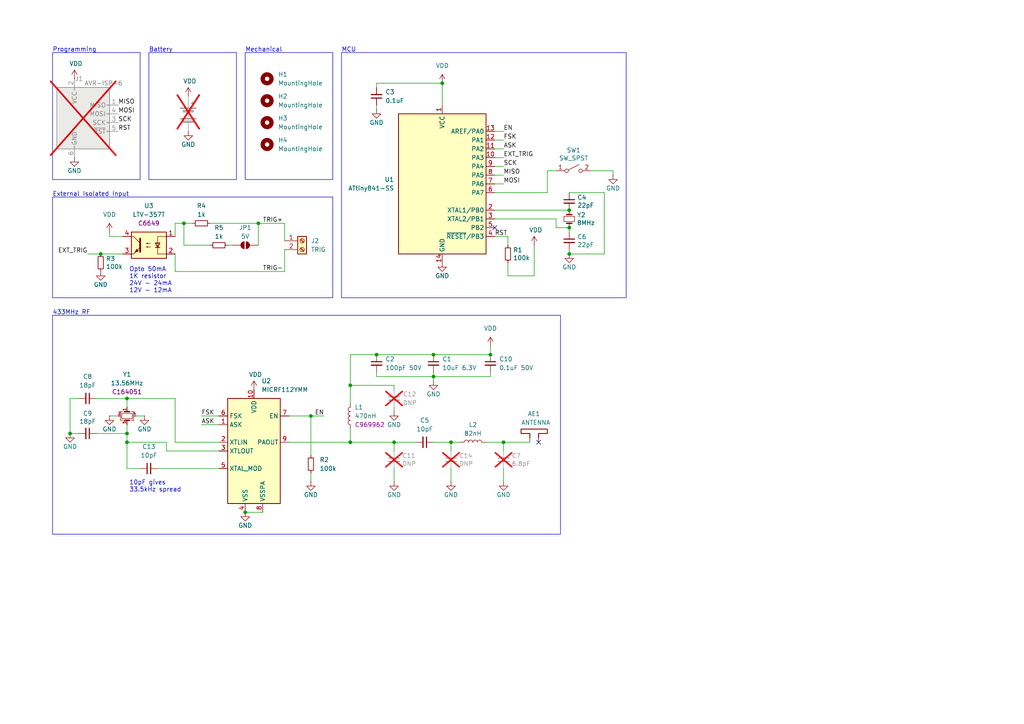
<source format=kicad_sch>
(kicad_sch (version 20231120) (generator "eeschema") (generator_version "8.0")
  (paper "A4")
  (title_block (title "TPMS Silencer") (rev "v2"))
  (lib_symbols
    (symbol "Connector:AVR-ISP-6" (pin_names (offset 1.016))
      (property "Reference" "J" (at -6.35 11.43 0))
      (property "Value" "AVR-ISP-6" (at 0 11.43 0))
      (symbol "AVR-ISP-6_0_1"
        (rectangle (start -2.667 -6.858) (end -2.413 -7.62))
        (rectangle (start -2.667 10.16) (end -2.413 9.398))
        (rectangle (start 7.62 -2.413) (end 6.858 -2.667))
        (rectangle (start 7.62 0.127) (end 6.858 -0.127))
        (rectangle (start 7.62 2.667) (end 6.858 2.413))
        (rectangle (start 7.62 5.207) (end 6.858 4.953))
        (rectangle (start 7.62 10.16) (end -7.62 -7.62) (stroke (width 0.254)) (fill (type background)))
      )
      (symbol "AVR-ISP-6_1_1"
        (pin passive line (at 10.16 5.08 180) (length 2.54) (name "MISO") (number "1"))
        (pin passive line (at -2.54 12.7 270) (length 2.54) (name "VCC") (number "2"))
        (pin passive line (at 10.16 0 180) (length 2.54) (name "SCK") (number "3"))
        (pin passive line (at 10.16 2.54 180) (length 2.54) (name "MOSI") (number "4"))
        (pin passive line (at 10.16 -2.54 180) (length 2.54) (name "~{RST}") (number "5"))
        (pin passive line (at -2.54 -10.16 90) (length 2.54) (name "GND") (number "6"))
      )
    )
    (symbol "Connector:Screw_Terminal_01x02" (pin_names (offset 1.016) hide)
      (property "Reference" "J" (at 0 2.54 0))
      (property "Value" "Screw_Terminal_01x02" (at 0 -5.08 0))
      (symbol "Screw_Terminal_01x02_1_1"
        (rectangle (start -1.27 1.27) (end 1.27 -3.81) (stroke (width 0.254)) (fill (type background)))
        (circle (center 0 -2.54) (radius 0.635) (stroke (width 0.1524)))
        (polyline (pts (xy -0.5334 -2.2098) (xy 0.3302 -3.048)) (stroke (width 0.1524)))
        (polyline (pts (xy -0.5334 0.3302) (xy 0.3302 -0.508)) (stroke (width 0.1524)))
        (polyline (pts (xy -0.3556 -2.032) (xy 0.508 -2.8702)) (stroke (width 0.1524)))
        (polyline (pts (xy -0.3556 0.508) (xy 0.508 -0.3302)) (stroke (width 0.1524)))
        (circle (center 0 0) (radius 0.635) (stroke (width 0.1524)))
        (pin passive line (at -5.08 0 0) (length 3.81) (name "Pin_1") (number "1"))
        (pin passive line (at -5.08 -2.54 0) (length 3.81) (name "Pin_2") (number "2"))
      )
    )
    (symbol "Device:Antenna_Dipole" (pin_numbers hide) (pin_names (offset 1.016) hide)
      (property "Reference" "AE" (at 1.27 1.27 0))
      (property "Value" "Antenna_Dipole" (at 1.27 0 0))
      (symbol "Antenna_Dipole_0_1"
        (polyline (pts (xy 2.54 -3.81) (xy 2.54 -2.54) (xy 5.08 -2.54) (xy 5.08 -1.27) (xy -2.54 -1.27) (xy -2.54 -2.54) (xy 0 -2.54) (xy 0 -3.81)) (stroke (width 0.254)))
      )
      (symbol "Antenna_Dipole_1_1"
        (pin input line (at 0 -5.08 90) (length 2.54) (name "~") (number "1"))
        (pin input line (at 2.54 -5.08 90) (length 2.54) (name "~") (number "2"))
      )
    )
    (symbol "Device:Battery" (pin_numbers hide) (pin_names (offset 0) hide)
      (property "Reference" "BT" (at 2.54 2.54 0))
      (property "Value" "Battery" (at 2.54 0 0))
      (symbol "Battery_0_1"
        (rectangle (start -2.286 -1.27) (end 2.286 -1.524) (fill (type outline)))
        (rectangle (start -2.286 1.778) (end 2.286 1.524) (fill (type outline)))
        (rectangle (start -1.524 -2.032) (end 1.524 -2.54) (fill (type outline)))
        (rectangle (start -1.524 1.016) (end 1.524 0.508) (fill (type outline)))
        (polyline (pts (xy 0 -1.016) (xy 0 -0.762)))
        (polyline (pts (xy 0 -0.508) (xy 0 -0.254)))
        (polyline (pts (xy 0 0) (xy 0 0.254)))
        (polyline (pts (xy 0 1.778) (xy 0 2.54)))
        (polyline (pts (xy 0.762 3.048) (xy 1.778 3.048)) (stroke (width 0.254)))
        (polyline (pts (xy 1.27 3.556) (xy 1.27 2.54)) (stroke (width 0.254)))
      )
      (symbol "Battery_1_1"
        (pin passive line (at 0 5.08 270) (length 2.54) (name "+") (number "1"))
        (pin passive line (at 0 -5.08 90) (length 2.54) (name "-") (number "2"))
      )
    )
    (symbol "Device:C_Small" (pin_numbers hide) (pin_names (offset 0.254) hide)
      (property "Reference" "C" (at 0.254 1.778 0))
      (property "Value" "C_Small" (at 0.254 -2.032 0))
      (symbol "C_Small_0_1"
        (polyline (pts (xy -1.524 -0.508) (xy 1.524 -0.508)) (stroke (width 0.3302)))
        (polyline (pts (xy -1.524 0.508) (xy 1.524 0.508)) (stroke (width 0.3048)))
      )
      (symbol "C_Small_1_1"
        (pin passive line (at 0 2.54 270) (length 2.032) (name "~") (number "1"))
        (pin passive line (at 0 -2.54 90) (length 2.032) (name "~") (number "2"))
      )
    )
    (symbol "Device:Crystal_GND24_Small" (pin_names (offset 1.016) hide)
      (property "Reference" "Y" (at 1.27 4.445 0))
      (property "Value" "Crystal_GND24_Small" (at 1.27 2.54 0))
      (symbol "Crystal_GND24_Small_0_1"
        (rectangle (start -0.762 -1.524) (end 0.762 1.524))
        (polyline (pts (xy -1.27 -0.762) (xy -1.27 0.762)) (stroke (width 0.381)))
        (polyline (pts (xy 1.27 -0.762) (xy 1.27 0.762)) (stroke (width 0.381)))
        (polyline (pts (xy -1.27 -1.27) (xy -1.27 -1.905) (xy 1.27 -1.905) (xy 1.27 -1.27)))
        (polyline (pts (xy -1.27 1.27) (xy -1.27 1.905) (xy 1.27 1.905) (xy 1.27 1.27)))
      )
      (symbol "Crystal_GND24_Small_1_1"
        (pin passive line (at -2.54 0 0) (length 1.27) (name "1") (number "1"))
        (pin passive line (at 0 -2.54 90) (length 0.635) (name "2") (number "2"))
        (pin passive line (at 2.54 0 180) (length 1.27) (name "3") (number "3"))
        (pin passive line (at 0 2.54 270) (length 0.635) (name "4") (number "4"))
      )
    )
    (symbol "Device:Crystal_Small" (pin_numbers hide) (pin_names (offset 1.016) hide)
      (property "Reference" "Y" (at 0 2.54 0))
      (property "Value" "Crystal_Small" (at 0 -2.54 0))
      (symbol "Crystal_Small_0_1"
        (rectangle (start -0.762 -1.524) (end 0.762 1.524))
        (polyline (pts (xy -1.27 -0.762) (xy -1.27 0.762)) (stroke (width 0.381)))
        (polyline (pts (xy 1.27 -0.762) (xy 1.27 0.762)) (stroke (width 0.381)))
      )
      (symbol "Crystal_Small_1_1"
        (pin passive line (at -2.54 0 0) (length 1.27) (name "1") (number "1"))
        (pin passive line (at 2.54 0 180) (length 1.27) (name "2") (number "2"))
      )
    )
    (symbol "Device:L" (pin_numbers hide) (pin_names (offset 1.016) hide)
      (property "Reference" "L" (at -1.27 0 90))
      (property "Value" "L" (at 1.905 0 90))
      (symbol "L_0_1"
        (arc (start 0 -2.54) (mid 0.6323 -1.905) (end 0 -1.27))
        (arc (start 0 -1.27) (mid 0.6323 -0.635) (end 0 0))
        (arc (start 0 0) (mid 0.6323 0.635) (end 0 1.27))
        (arc (start 0 1.27) (mid 0.6323 1.905) (end 0 2.54))
      )
      (symbol "L_1_1"
        (pin passive line (at 0 3.81 270) (length 1.27) (name "1") (number "1"))
        (pin passive line (at 0 -3.81 90) (length 1.27) (name "2") (number "2"))
      )
    )
    (symbol "Device:R_Small" (pin_numbers hide) (pin_names (offset 0.254) hide)
      (property "Reference" "R" (at 0.762 0.508 0))
      (property "Value" "R_Small" (at 0.762 -1.016 0))
      (symbol "R_Small_0_1"
        (rectangle (start -0.762 1.778) (end 0.762 -1.778) (stroke (width 0.2032)))
      )
      (symbol "R_Small_1_1"
        (pin passive line (at 0 2.54 270) (length 0.762) (name "~") (number "1"))
        (pin passive line (at 0 -2.54 90) (length 0.762) (name "~") (number "2"))
      )
    )
    (symbol "Isolator:LTV-357T" (pin_names (offset 1.016))
      (property "Reference" "U" (at -5.334 4.826 0))
      (property "Value" "LTV-357T" (at 0 5.08 0))
      (symbol "LTV-357T_0_1"
        (rectangle (start -5.08 3.81) (end 5.08 -3.81) (stroke (width 0.254)) (fill (type background)))
        (polyline (pts (xy -3.175 -0.635) (xy -1.905 -0.635)) (stroke (width 0.254)))
        (polyline (pts (xy 2.54 0.635) (xy 4.445 2.54)))
        (polyline (pts (xy 4.445 -2.54) (xy 2.54 -0.635)) (fill (type outline)))
        (polyline (pts (xy 4.445 -2.54) (xy 5.08 -2.54)))
        (polyline (pts (xy 4.445 2.54) (xy 5.08 2.54)))
        (polyline (pts (xy -5.08 2.54) (xy -2.54 2.54) (xy -2.54 -0.762)))
        (polyline (pts (xy -2.54 -0.635) (xy -2.54 -2.54) (xy -5.08 -2.54)))
        (polyline (pts (xy 2.54 1.905) (xy 2.54 -1.905) (xy 2.54 -1.905)) (stroke (width 0.508)))
        (polyline (pts (xy -2.54 -0.635) (xy -3.175 0.635) (xy -1.905 0.635) (xy -2.54 -0.635)) (stroke (width 0.254)))
        (polyline (pts (xy -0.508 -0.508) (xy 0.762 -0.508) (xy 0.381 -0.635) (xy 0.381 -0.381) (xy 0.762 -0.508)))
        (polyline (pts (xy -0.508 0.508) (xy 0.762 0.508) (xy 0.381 0.381) (xy 0.381 0.635) (xy 0.762 0.508)))
        (polyline (pts (xy 3.048 -1.651) (xy 3.556 -1.143) (xy 4.064 -2.159) (xy 3.048 -1.651) (xy 3.048 -1.651)) (fill (type outline)))
      )
      (symbol "LTV-357T_1_1"
        (pin passive line (at -7.62 2.54 0) (length 2.54) (name "~") (number "1"))
        (pin passive line (at -7.62 -2.54 0) (length 2.54) (name "~") (number "2"))
        (pin passive line (at 7.62 -2.54 180) (length 2.54) (name "~") (number "3"))
        (pin passive line (at 7.62 2.54 180) (length 2.54) (name "~") (number "4"))
      )
    )
    (symbol "Jumper:SolderJumper_2_Open" (pin_numbers hide) (pin_names (offset 0) hide) (exclude_from_sim yes) (in_bom no)
      (property "Reference" "JP" (at 0 2.032 0))
      (property "Value" "SolderJumper_2_Open" (at 0 -2.54 0))
      (symbol "SolderJumper_2_Open_0_1"
        (arc (start -0.254 1.016) (mid -1.2656 0) (end -0.254 -1.016))
        (arc (start -0.254 1.016) (mid -1.2656 0) (end -0.254 -1.016) (fill (type outline)))
        (polyline (pts (xy -0.254 1.016) (xy -0.254 -1.016)))
        (polyline (pts (xy 0.254 1.016) (xy 0.254 -1.016)))
        (arc (start 0.254 -1.016) (mid 1.2656 0) (end 0.254 1.016))
        (arc (start 0.254 -1.016) (mid 1.2656 0) (end 0.254 1.016) (fill (type outline)))
      )
      (symbol "SolderJumper_2_Open_1_1"
        (pin passive line (at -3.81 0 0) (length 2.54) (name "A") (number "1"))
        (pin passive line (at 3.81 0 180) (length 2.54) (name "B") (number "2"))
      )
    )
    (symbol "MCU_Microchip_ATtiny:ATtiny841-SS"
      (property "Reference" "U" (at -12.7 21.59 0))
      (property "Value" "ATtiny841-SS" (at 2.54 -21.59 0))
      (symbol "ATtiny841-SS_0_1"
        (rectangle (start -12.7 -20.32) (end 12.7 20.32) (stroke (width 0.254)) (fill (type background)))
      )
      (symbol "ATtiny841-SS_1_1"
        (pin power_in line (at 0 22.86 270) (length 2.54) (name "VCC") (number "1"))
        (pin bidirectional line (at 15.24 7.62 180) (length 2.54) (name "PA3") (number "10"))
        (pin bidirectional line (at 15.24 10.16 180) (length 2.54) (name "PA2") (number "11"))
        (pin bidirectional line (at 15.24 12.7 180) (length 2.54) (name "PA1") (number "12"))
        (pin bidirectional line (at 15.24 15.24 180) (length 2.54) (name "AREF/PA0") (number "13"))
        (pin power_in line (at 0 -22.86 90) (length 2.54) (name "GND") (number "14"))
        (pin bidirectional line (at 15.24 -7.62 180) (length 2.54) (name "XTAL1/PB0") (number "2"))
        (pin bidirectional line (at 15.24 -10.16 180) (length 2.54) (name "XTAL2/PB1") (number "3"))
        (pin bidirectional line (at 15.24 -15.24 180) (length 2.54) (name "~{RESET}/PB3") (number "4"))
        (pin bidirectional line (at 15.24 -12.7 180) (length 2.54) (name "PB2") (number "5"))
        (pin bidirectional line (at 15.24 -2.54 180) (length 2.54) (name "PA7") (number "6"))
        (pin bidirectional line (at 15.24 0 180) (length 2.54) (name "PA6") (number "7"))
        (pin bidirectional line (at 15.24 2.54 180) (length 2.54) (name "PA5") (number "8"))
        (pin bidirectional line (at 15.24 5.08 180) (length 2.54) (name "PA4") (number "9"))
      )
    )
    (symbol "Mechanical:MountingHole" (pin_names (offset 1.016))
      (property "Reference" "H" (at 0 5.08 0))
      (property "Value" "MountingHole" (at 0 3.175 0))
      (symbol "MountingHole_0_1"
        (circle (center 0 0) (radius 1.27) (stroke (width 1.27)))
      )
    )
    (symbol "RF:MICRF112YMM"
      (property "Reference" "U" (at -7.62 16.51 0))
      (property "Value" "MICRF112YMM" (at 1.27 16.51 0))
      (symbol "MICRF112YMM_0_1"
        (polyline (pts (xy 7.62 15.24) (xy -7.62 15.24) (xy -7.62 -15.24) (xy 7.62 -15.24) (xy 7.62 15.24)) (stroke (width 0.254)) (fill (type background)))
      )
      (symbol "MICRF112YMM_1_1"
        (pin input line (at -10.16 7.62 0) (length 2.54) (name "ASK") (number "1"))
        (pin power_in line (at 0 17.78 270) (length 2.54) (name "VDD") (number "10"))
        (pin input line (at -10.16 2.54 0) (length 2.54) (name "XTLIN") (number "2"))
        (pin output line (at -10.16 0 0) (length 2.54) (name "XTLOUT") (number "3"))
        (pin power_in line (at -2.54 -17.78 90) (length 2.54) (name "VSS") (number "4"))
        (pin passive line (at -10.16 -5.08 0) (length 2.54) (name "XTAL_MOD") (number "5"))
        (pin input line (at -10.16 10.16 0) (length 2.54) (name "FSK") (number "6"))
        (pin input line (at 10.16 10.16 180) (length 2.54) (name "EN") (number "7"))
        (pin power_in line (at 2.54 -17.78 90) (length 2.54) (name "VSSPA") (number "8"))
        (pin output line (at 10.16 2.54 180) (length 2.54) (name "PAOUT") (number "9"))
      )
    )
    (symbol "Switch:SW_SPST" (pin_names (offset 0) hide)
      (property "Reference" "SW" (at 0 3.175 0))
      (property "Value" "SW_SPST" (at 0 -2.54 0))
      (symbol "SW_SPST_0_0"
        (circle (center -2.032 0) (radius 0.508))
        (polyline (pts (xy -1.524 0.254) (xy 1.524 1.778)))
        (circle (center 2.032 0) (radius 0.508))
      )
      (symbol "SW_SPST_1_1"
        (pin passive line (at -5.08 0 0) (length 2.54) (name "A") (number "1"))
        (pin passive line (at 5.08 0 180) (length 2.54) (name "B") (number "2"))
      )
    )
    (symbol "power:GND" (power) (pin_numbers hide) (pin_names (offset 0) hide)
      (property "Value" "GND" (at 0 -3.81 0))
      (symbol "GND_0_1"
        (polyline (pts (xy 0 0) (xy 0 -1.27) (xy 1.27 -1.27) (xy 0 -2.54) (xy -1.27 -1.27) (xy 0 -1.27)))
      )
      (symbol "GND_1_1"
        (pin power_in line (at 0 0 270) (length 0) (name "~") (number "1"))
      )
    )
    (symbol "power:VDD" (power) (pin_numbers hide) (pin_names (offset 0) hide)
      (property "Value" "VDD" (at 0 3.556 0))
      (symbol "VDD_0_1"
        (polyline (pts (xy -0.762 1.27) (xy 0 2.54)))
        (polyline (pts (xy 0 0) (xy 0 2.54)))
        (polyline (pts (xy 0 2.54) (xy 0.762 1.27)))
      )
      (symbol "VDD_1_1"
        (pin power_in line (at 0 0 90) (length 0) (name "~") (number "1"))
      )
    )
  )
  (junction (at 90.17 120.65))
  (junction (at 53.34 64.77))
  (junction (at 36.83 115.57))
  (junction (at 130.81 128.27))
  (junction (at 74.93 64.77))
  (junction (at 109.22 102.87))
  (junction (at 71.12 148.59))
  (junction (at 142.24 102.87))
  (junction (at 36.83 128.27))
  (junction (at 36.83 125.73))
  (junction (at 146.05 128.27))
  (junction (at 165.1 66.04))
  (junction (at 165.1 60.96))
  (junction (at 101.6 128.27))
  (junction (at 128.27 24.13))
  (junction (at 125.73 102.87))
  (junction (at 114.3 128.27))
  (junction (at 29.21 73.66))
  (junction (at 165.1 73.66))
  (junction (at 20.32 125.73))
  (junction (at 125.73 109.22))
  (junction (at 101.6 111.76))
  (no_connect (at 156.21 128.27))
  (no_connect (at 143.51 66.04))
  (wire (pts (xy 125.73 109.22) (xy 142.24 109.22)))
  (wire (pts (xy 109.22 109.22) (xy 125.73 109.22)))
  (wire (pts (xy 60.96 71.12) (xy 53.34 71.12)))
  (wire (pts (xy 109.22 24.13) (xy 109.22 25.4)))
  (wire (pts (xy 175.26 73.66) (xy 165.1 73.66)))
  (wire (pts (xy 101.6 128.27) (xy 101.6 124.46)))
  (wire (pts (xy 20.32 115.57) (xy 22.86 115.57)))
  (wire (pts (xy 36.83 115.57) (xy 36.83 118.11)))
  (wire (pts (xy 36.83 135.89) (xy 40.64 135.89)))
  (wire (pts (xy 109.22 109.22) (xy 109.22 107.95)))
  (wire (pts (xy 146.05 43.18) (xy 143.51 43.18)))
  (wire (pts (xy 114.3 128.27) (xy 101.6 128.27)))
  (wire (pts (xy 143.51 55.88) (xy 158.75 55.88)))
  (wire (pts (xy 36.83 135.89) (xy 36.83 128.27)))
  (wire (pts (xy 143.51 60.96) (xy 165.1 60.96)))
  (wire (pts (xy 63.5 130.81) (xy 48.26 130.81)))
  (wire (pts (xy 83.82 120.65) (xy 90.17 120.65)))
  (wire (pts (xy 27.94 115.57) (xy 36.83 115.57)))
  (wire (pts (xy 142.24 100.33) (xy 142.24 102.87)))
  (wire (pts (xy 63.5 123.19) (xy 58.42 123.19)))
  (wire (pts (xy 90.17 120.65) (xy 90.17 132.08)))
  (wire (pts (xy 50.8 78.74) (xy 50.8 73.66)))
  (wire (pts (xy 158.75 55.88) (xy 158.75 49.53)))
  (wire (pts (xy 48.26 130.81) (xy 48.26 128.27)))
  (wire (pts (xy 142.24 109.22) (xy 142.24 107.95)))
  (wire (pts (xy 55.88 64.77) (xy 53.34 64.77)))
  (wire (pts (xy 101.6 102.87) (xy 101.6 111.76)))
  (wire (pts (xy 114.3 113.03) (xy 114.3 111.76)))
  (wire (pts (xy 130.81 128.27) (xy 133.35 128.27)))
  (wire (pts (xy 158.75 49.53) (xy 161.29 49.53)))
  (wire (pts (xy 36.83 128.27) (xy 48.26 128.27)))
  (wire (pts (xy 114.3 111.76) (xy 101.6 111.76)))
  (wire (pts (xy 128.27 24.13) (xy 128.27 30.48)))
  (wire (pts (xy 143.51 53.34) (xy 146.05 53.34)))
  (wire (pts (xy 161.29 63.5) (xy 161.29 66.04)))
  (wire (pts (xy 146.05 128.27) (xy 140.97 128.27)))
  (wire (pts (xy 165.1 72.39) (xy 165.1 73.66)))
  (wire (pts (xy 130.81 130.81) (xy 130.81 128.27)))
  (wire (pts (xy 125.73 109.22) (xy 125.73 110.49)))
  (wire (pts (xy 143.51 63.5) (xy 161.29 63.5)))
  (wire (pts (xy 90.17 120.65) (xy 93.98 120.65)))
  (wire (pts (xy 177.8 49.53) (xy 177.8 50.8)))
  (wire (pts (xy 50.8 115.57) (xy 50.8 128.27)))
  (wire (pts (xy 53.34 64.77) (xy 50.8 64.77)))
  (wire (pts (xy 82.55 72.39) (xy 82.55 78.74)))
  (wire (pts (xy 101.6 111.76) (xy 101.6 116.84)))
  (wire (pts (xy 27.94 125.73) (xy 36.83 125.73)))
  (wire (pts (xy 66.04 71.12) (xy 67.31 71.12)))
  (wire (pts (xy 120.65 128.27) (xy 114.3 128.27)))
  (wire (pts (xy 125.73 107.95) (xy 125.73 109.22)))
  (wire (pts (xy 171.45 49.53) (xy 177.8 49.53)))
  (wire (pts (xy 114.3 128.27) (xy 114.3 130.81)))
  (wire (pts (xy 82.55 64.77) (xy 82.55 69.85)))
  (wire (pts (xy 36.83 123.19) (xy 36.83 125.73)))
  (wire (pts (xy 175.26 55.88) (xy 175.26 73.66)))
  (wire (pts (xy 83.82 128.27) (xy 101.6 128.27)))
  (wire (pts (xy 146.05 130.81) (xy 146.05 128.27)))
  (wire (pts (xy 74.93 64.77) (xy 74.93 71.12)))
  (wire (pts (xy 29.21 73.66) (xy 35.56 73.66)))
  (wire (pts (xy 146.05 45.72) (xy 143.51 45.72)))
  (wire (pts (xy 76.2 148.59) (xy 71.12 148.59)))
  (wire (pts (xy 147.32 80.01) (xy 154.94 80.01)))
  (wire (pts (xy 146.05 38.1) (xy 143.51 38.1)))
  (wire (pts (xy 63.5 120.65) (xy 58.42 120.65)))
  (wire (pts (xy 39.37 120.65) (xy 41.91 120.65)))
  (wire (pts (xy 154.94 80.01) (xy 154.94 71.12)))
  (wire (pts (xy 146.05 50.8) (xy 143.51 50.8)))
  (wire (pts (xy 109.22 102.87) (xy 125.73 102.87)))
  (wire (pts (xy 165.1 55.88) (xy 175.26 55.88)))
  (wire (pts (xy 143.51 48.26) (xy 146.05 48.26)))
  (wire (pts (xy 60.96 64.77) (xy 74.93 64.77)))
  (wire (pts (xy 165.1 66.04) (xy 165.1 67.31)))
  (wire (pts (xy 53.34 71.12) (xy 53.34 64.77)))
  (wire (pts (xy 90.17 137.16) (xy 90.17 139.7)))
  (wire (pts (xy 130.81 135.89) (xy 130.81 139.7)))
  (wire (pts (xy 50.8 78.74) (xy 82.55 78.74)))
  (wire (pts (xy 31.75 68.58) (xy 35.56 68.58)))
  (wire (pts (xy 125.73 102.87) (xy 142.24 102.87)))
  (wire (pts (xy 22.86 125.73) (xy 20.32 125.73)))
  (wire (pts (xy 50.8 128.27) (xy 63.5 128.27)))
  (wire (pts (xy 31.75 67.31) (xy 31.75 68.58)))
  (wire (pts (xy 143.51 68.58) (xy 147.32 68.58)))
  (wire (pts (xy 50.8 64.77) (xy 50.8 68.58)))
  (wire (pts (xy 161.29 66.04) (xy 165.1 66.04)))
  (wire (pts (xy 109.22 24.13) (xy 128.27 24.13)))
  (wire (pts (xy 25.4 73.66) (xy 29.21 73.66)))
  (wire (pts (xy 31.75 120.65) (xy 34.29 120.65)))
  (wire (pts (xy 20.32 125.73) (xy 20.32 115.57)))
  (wire (pts (xy 143.51 40.64) (xy 146.05 40.64)))
  (wire (pts (xy 114.3 118.11) (xy 114.3 119.38)))
  (wire (pts (xy 109.22 31.75) (xy 109.22 30.48)))
  (wire (pts (xy 147.32 76.2) (xy 147.32 80.01)))
  (wire (pts (xy 50.8 115.57) (xy 36.83 115.57)))
  (wire (pts (xy 114.3 135.89) (xy 114.3 139.7)))
  (wire (pts (xy 146.05 128.27) (xy 153.67 128.27)))
  (wire (pts (xy 125.73 128.27) (xy 130.81 128.27)))
  (wire (pts (xy 147.32 68.58) (xy 147.32 71.12)))
  (wire (pts (xy 36.83 128.27) (xy 36.83 125.73)))
  (wire (pts (xy 109.22 102.87) (xy 101.6 102.87)))
  (wire (pts (xy 146.05 135.89) (xy 146.05 139.7)))
  (wire (pts (xy 63.5 135.89) (xy 45.72 135.89)))
  (wire (pts (xy 74.93 64.77) (xy 82.55 64.77)))
  (rectangle (start 71.12 15.24) (end 96.52 52.07))
  (rectangle (start 43.18 15.24) (end 68.58 52.07))
  (rectangle (start 15.24 91.44) (end 162.56 154.94))
  (rectangle (start 15.24 57.15) (end 96.52 86.36))
  (rectangle (start 15.24 15.24) (end 40.64 52.07))
  (rectangle (start 99.06 15.24) (end 181.61 86.36))
  (text "MCU" (at 99.06 15.24 0) (effects (font (size 1.27 1.27)) (justify left bottom)))
  (text "10pF gives\n33.5kHz spread" (at 37.465 142.875 0) (effects (font (size 1.27 1.27)) (justify left bottom)))
  (text "Mechanical" (at 71.12 15.24 0) (effects (font (size 1.27 1.27)) (justify left bottom)))
  (text "External Isolated Input" (at 15.24 57.15 0) (effects (font (size 1.27 1.27)) (justify left bottom)))
  (text "Opto 50mA\n1K resistor\n24V - 24mA\n12V - 12mA" (at 37.465 85.09 0) (effects (font (size 1.27 1.27)) (justify left bottom)))
  (text "Programming" (at 15.24 15.24 0) (effects (font (size 1.27 1.27)) (justify left bottom)))
  (text "Battery" (at 43.18 15.24 0) (effects (font (size 1.27 1.27)) (justify left bottom)))
  (text "433MHz RF" (at 15.24 91.44 0) (effects (font (size 1.27 1.27)) (justify left bottom)))
  (label "MOSI" (at 146.05 53.34 0))
  (label "TRIG+" (at 76.2 64.77 0))
  (label "EXT_TRIG" (at 25.4 73.66 180))
  (label "SCK" (at 146.05 48.26 0))
  (label "EN" (at 93.98 120.65 180))
  (label "RST" (at 143.51 68.58 0))
  (label "RST" (at 34.29 38.1 0))
  (label "EXT_TRIG" (at 146.05 45.72 0))
  (label "EN" (at 146.05 38.1 0))
  (label "ASK" (at 58.42 123.19 0))
  (label "FSK" (at 146.05 40.64 0))
  (label "MISO" (at 34.29 30.48 0))
  (label "ASK" (at 146.05 43.18 0))
  (label "SCK" (at 34.29 35.56 0))
  (label "TRIG-" (at 76.2 78.74 0))
  (label "MISO" (at 146.05 50.8 0))
  (label "FSK" (at 58.42 120.65 0))
  (label "MOSI" (at 34.29 33.02 0))
  (symbol (lib_id "power:GND") (at 71.12 148.59 0) (unit 1)
    (property "Reference" "#PWR012" (effects (hide yes)))
    (property "Value" "GND" (at 71.12 152.4 0))
    (property "Description" "Power symbol creates a global label with name \"GND\" , ground" (effects (hide yes)))
  )
  (symbol (lib_id "Device:C_Small") (at 43.18 135.89 90) (unit 1)
    (property "Reference" "C13" (at 43.1863 129.54 90))
    (property "Value" "10pF" (at 43.1863 132.08 90))
    (property "Footprint" "Capacitor_SMD:C_0402_1005Metric" (effects (hide yes)))
    (property "Description" "Unpolarized capacitor, small symbol" (effects (hide yes)))
    (property "LCSC" "C32949" (effects (hide yes)))
  )
  (symbol (lib_id "Device:C_Small") (at 25.4 125.73 270) (unit 1)
    (property "Reference" "C9" (at 25.4 119.9134 90))
    (property "Value" "18pF" (at 25.4 122.2248 90))
    (property "Footprint" "Capacitor_SMD:C_0402_1005Metric" (effects (hide yes)))
    (property "Description" "Unpolarized capacitor, small symbol" (effects (hide yes)))
    (property "LCSC" "C1549" (effects (hide yes)))
  )
  (symbol (lib_id "power:GND") (at 20.32 125.73 0) (unit 1)
    (property "Reference" "#PWR010" (effects (hide yes)))
    (property "Value" "GND" (at 20.32 129.54 0))
    (property "Description" "Power symbol creates a global label with name \"GND\" , ground" (effects (hide yes)))
  )
  (symbol (lib_id "Device:Crystal_GND24_Small") (at 36.83 120.65 270) (unit 1)
    (property "Reference" "Y1" (at 36.83 108.585 90))
    (property "Value" "13.56MHz" (at 36.83 111.125 90))
    (property "Footprint" "Crystal:Crystal_SMD_3225-4Pin_3.2x2.5mm" (effects (hide yes)))
    (property "Description" "Four pin crystal, GND on pins 2 and 4, small symbol" (effects (hide yes)))
    (property "LCSC" "C164051" (at 36.83 113.665 90))
  )
  (symbol (lib_id "Device:C_Small") (at 25.4 115.57 270) (unit 1)
    (property "Reference" "C8" (at 25.3936 109.22 90))
    (property "Value" "18pF" (at 25.3936 111.76 90))
    (property "Footprint" "Capacitor_SMD:C_0402_1005Metric" (effects (hide yes)))
    (property "Description" "Unpolarized capacitor, small symbol" (effects (hide yes)))
    (property "LCSC" "C1549" (effects (hide yes)))
  )
  (symbol (lib_id "Device:L") (at 101.6 120.65 180) (unit 1)
    (property "Reference" "L1" (at 102.87 118.1099 0) (effects (justify right)))
    (property "Value" "470nH" (at 102.87 120.6499 0) (effects (justify right)))
    (property "Footprint" "Inductor_SMD:L_0402_1005Metric" (effects (hide yes)))
    (property "Description" "Inductor" (effects (hide yes)))
    (property "LCSC" "C969962" (at 102.87 123.1899 0) (effects (justify right)))
  )
  (symbol (lib_id "Device:C_Small") (at 114.3 115.57 0) (unit 1) (dnp yes)
    (property "Reference" "C12" (at 116.84 114.3062 0) (effects (justify left)))
    (property "Value" "DNP" (at 116.84 116.8462 0) (effects (justify left)))
    (property "Footprint" "Capacitor_SMD:C_0402_1005Metric" (effects (hide yes)))
    (property "Description" "Unpolarized capacitor, small symbol" (effects (hide yes)))
  )
  (symbol (lib_id "power:GND") (at 114.3 119.38 0) (unit 1)
    (property "Reference" "#PWR015" (effects (hide yes)))
    (property "Value" "GND" (at 114.3 123.19 0))
    (property "Description" "Power symbol creates a global label with name \"GND\" , ground" (effects (hide yes)))
  )
  (symbol (lib_id "Device:C_Small") (at 109.22 105.41 0) (unit 1)
    (property "Reference" "C2" (at 111.76 104.1462 0) (effects (justify left)))
    (property "Value" "100pF 50V" (at 111.76 106.6862 0) (effects (justify left)))
    (property "Footprint" "Capacitor_SMD:C_0402_1005Metric" (effects (hide yes)))
    (property "Description" "Unpolarized capacitor, small symbol" (effects (hide yes)))
    (property "LCSC" "C1546" (effects (hide yes)))
  )
  (symbol (lib_id "Device:C_Small") (at 125.73 105.41 0) (unit 1)
    (property "Reference" "C1" (at 128.27 104.1462 0) (effects (justify left)))
    (property "Value" "10uF 6.3V" (at 128.27 106.6862 0) (effects (justify left)))
    (property "Footprint" "Capacitor_SMD:C_0402_1005Metric" (effects (hide yes)))
    (property "Description" "Unpolarized capacitor, small symbol" (effects (hide yes)))
    (property "LCSC" "C15525" (effects (hide yes)))
  )
  (symbol (lib_id "Device:C_Small") (at 142.24 105.41 0) (unit 1)
    (property "Reference" "C10" (at 144.78 104.1462 0) (effects (justify left)))
    (property "Value" "0.1uF 50V" (at 144.78 106.6862 0) (effects (justify left)))
    (property "Footprint" "Capacitor_SMD:C_0402_1005Metric" (effects (hide yes)))
    (property "Description" "Unpolarized capacitor, small symbol" (effects (hide yes)))
    (property "LCSC" "C307331" (effects (hide yes)))
  )
  (symbol (lib_id "power:GND") (at 125.73 110.49 0) (unit 1)
    (property "Reference" "#PWR017" (effects (hide yes)))
    (property "Value" "GND" (at 125.73 114.3 0))
    (property "Description" "Power symbol creates a global label with name \"GND\" , ground" (effects (hide yes)))
  )
  (symbol (lib_id "power:VDD") (at 73.66 113.03 0) (unit 1)
    (property "Reference" "#PWR013" (effects (hide yes)))
    (property "Value" "VDD" (at 74.0918 108.6358 0))
    (property "Description" "Power symbol creates a global label with name \"VDD\"" (effects (hide yes)))
  )
  (symbol (lib_id "power:VDD") (at 142.24 100.33 0) (unit 1)
    (property "Reference" "#PWR018" (effects (hide yes)))
    (property "Value" "VDD" (at 142.24 95.25 0))
    (property "Description" "Power symbol creates a global label with name \"VDD\"" (effects (hide yes)))
  )
  (symbol (lib_id "Device:C_Small") (at 123.19 128.27 270) (unit 1)
    (property "Reference" "C5" (at 123.1836 121.92 90))
    (property "Value" "10pF" (at 123.1836 124.46 90))
    (property "Footprint" "Capacitor_SMD:C_0402_1005Metric" (effects (hide yes)))
    (property "Description" "Unpolarized capacitor, small symbol" (effects (hide yes)))
    (property "LCSC" "C32949" (effects (hide yes)))
  )
  (symbol (lib_id "Device:L") (at 137.16 128.27 90) (unit 1)
    (property "Reference" "L2" (at 137.16 123.19 90))
    (property "Value" "82nH" (at 137.16 125.73 90))
    (property "Footprint" "Inductor_SMD:L_0402_1005Metric" (effects (hide yes)))
    (property "Description" "Inductor" (effects (hide yes)))
    (property "LCSC" "C275301" (effects (hide yes)))
  )
  (symbol (lib_id "Device:C_Small") (at 146.05 133.35 0) (unit 1) (dnp yes)
    (property "Reference" "C7" (at 148.3868 132.1816 0) (effects (justify left)))
    (property "Value" "6.8pF" (at 148.3868 134.493 0) (effects (justify left)))
    (property "Footprint" "Capacitor_SMD:C_0402_1005Metric" (effects (hide yes)))
    (property "Description" "Unpolarized capacitor, small symbol" (effects (hide yes)))
  )
  (symbol (lib_id "power:GND") (at 146.05 139.7 0) (unit 1)
    (property "Reference" "#PWR019" (effects (hide yes)))
    (property "Value" "GND" (at 146.05 143.51 0))
    (property "Description" "Power symbol creates a global label with name \"GND\" , ground" (effects (hide yes)))
  )
  (symbol (lib_id "Device:Antenna_Dipole") (at 156.21 123.19 0) (mirror y) (unit 1)
    (property "Reference" "AE1" (at 153.035 120.015 0) (effects (justify right)))
    (property "Value" "ANTENNA" (at 151.13 122.555 0) (effects (justify right)))
    (property "Footprint" "cncvac:ANT-433-HETH" (effects (hide yes)))
    (property "Description" "Dipole antenna" (effects (hide yes)))
  )
  (symbol (lib_id "Device:C_Small") (at 114.3 133.35 0) (unit 1) (dnp yes)
    (property "Reference" "C11" (at 116.6368 132.1816 0) (effects (justify left)))
    (property "Value" "DNP" (at 116.6368 134.493 0) (effects (justify left)))
    (property "Footprint" "Capacitor_SMD:C_0402_1005Metric" (effects (hide yes)))
    (property "Description" "Unpolarized capacitor, small symbol" (effects (hide yes)))
  )
  (symbol (lib_id "power:GND") (at 114.3 139.7 0) (unit 1)
    (property "Reference" "#PWR016" (effects (hide yes)))
    (property "Value" "GND" (at 114.3 143.51 0))
    (property "Description" "Power symbol creates a global label with name \"GND\" , ground" (effects (hide yes)))
  )
  (symbol (lib_id "Connector:AVR-ISP-6") (at 24.13 35.56 0) (unit 1) (dnp yes)
    (property "Reference" "J1" (at 24.13 22.86 0) (effects (justify right)))
    (property "Value" "AVR-ISP-6" (at 35.56 24.13 0) (effects (justify right)))
    (property "Footprint" "Connector_IDC:IDC-Header_2x03_P2.54mm_Vertical" (effects (hide yes)))
    (property "Description" "Atmel 6-pin ISP connector" (effects (hide yes)))
  )
  (symbol (lib_id "power:VDD") (at 128.27 24.13 0) (unit 1)
    (property "Reference" "#PWR04" (effects (hide yes)))
    (property "Value" "VDD" (at 128.27 19.05 0))
    (property "Description" "Power symbol creates a global label with name \"VDD\"" (effects (hide yes)))
  )
  (symbol (lib_id "power:VDD") (at 54.61 27.94 0) (unit 1)
    (property "Reference" "#PWR06" (effects (hide yes)))
    (property "Value" "VDD" (at 55.0418 23.5458 0))
    (property "Description" "Power symbol creates a global label with name \"VDD\"" (effects (hide yes)))
  )
  (symbol (lib_id "power:GND") (at 54.61 38.1 0) (unit 1)
    (property "Reference" "#PWR07" (effects (hide yes)))
    (property "Value" "GND" (at 54.61 41.91 0))
    (property "Description" "Power symbol creates a global label with name \"GND\" , ground" (effects (hide yes)))
  )
  (symbol (lib_id "power:GND") (at 21.59 45.72 0) (unit 1)
    (property "Reference" "#PWR02" (effects (hide yes)))
    (property "Value" "GND" (at 21.59 49.53 0))
    (property "Description" "Power symbol creates a global label with name \"GND\" , ground" (effects (hide yes)))
  )
  (symbol (lib_id "power:GND") (at 128.27 76.2 0) (unit 1)
    (property "Reference" "#PWR05" (effects (hide yes)))
    (property "Value" "GND" (at 128.27 80.01 0))
    (property "Description" "Power symbol creates a global label with name \"GND\" , ground" (effects (hide yes)))
  )
  (symbol (lib_id "Device:Crystal_Small") (at 165.1 63.5 270) (unit 1)
    (property "Reference" "Y2" (at 167.3352 62.3316 90) (effects (justify left)))
    (property "Value" "8MHz" (at 167.3352 64.643 90) (effects (justify left)))
    (property "Footprint" "Crystal:Crystal_SMD_5032-2Pin_5.0x3.2mm" (effects (hide yes)))
    (property "Description" "Two pin crystal, small symbol" (effects (hide yes)))
    (property "LCSC" "C115962" (effects (hide yes)))
  )
  (symbol (lib_id "power:GND") (at 165.1 73.66 0) (unit 1)
    (property "Reference" "#PWR09" (effects (hide yes)))
    (property "Value" "GND" (at 165.1 77.47 0))
    (property "Description" "Power symbol creates a global label with name \"GND\" , ground" (effects (hide yes)))
  )
  (symbol (lib_id "Device:C_Small") (at 165.1 69.85 0) (unit 1)
    (property "Reference" "C6" (at 167.4368 68.6816 0) (effects (justify left)))
    (property "Value" "22pF" (at 167.4368 70.993 0) (effects (justify left)))
    (property "Footprint" "Capacitor_SMD:C_0402_1005Metric" (effects (hide yes)))
    (property "Description" "Unpolarized capacitor, small symbol" (effects (hide yes)))
    (property "LCSC" "C1555" (effects (hide yes)))
  )
  (symbol (lib_id "Device:C_Small") (at 165.1 58.42 0) (unit 1)
    (property "Reference" "C4" (at 167.4368 57.2516 0) (effects (justify left)))
    (property "Value" "22pF" (at 167.4368 59.563 0) (effects (justify left)))
    (property "Footprint" "Capacitor_SMD:C_0402_1005Metric" (effects (hide yes)))
    (property "Description" "Unpolarized capacitor, small symbol" (effects (hide yes)))
    (property "LCSC" "C1555" (effects (hide yes)))
  )
  (symbol (lib_id "Device:C_Small") (at 109.22 27.94 180) (unit 1)
    (property "Reference" "C3" (at 111.76 26.6635 0) (effects (justify right)))
    (property "Value" "0.1uF" (at 111.76 29.2035 0) (effects (justify right)))
    (property "Footprint" "Capacitor_SMD:C_0402_1005Metric" (effects (hide yes)))
    (property "Description" "Unpolarized capacitor, small symbol" (effects (hide yes)))
    (property "LCSC" "C307331" (effects (hide yes)))
  )
  (symbol (lib_id "power:GND") (at 109.22 31.75 0) (unit 1)
    (property "Reference" "#PWR03" (effects (hide yes)))
    (property "Value" "GND" (at 109.22 35.56 0))
    (property "Description" "Power symbol creates a global label with name \"GND\" , ground" (effects (hide yes)))
  )
  (symbol (lib_id "power:VDD") (at 21.59 22.86 0) (unit 1)
    (property "Reference" "#PWR01" (effects (hide yes)))
    (property "Value" "VDD" (at 22.0218 18.4658 0))
    (property "Description" "Power symbol creates a global label with name \"VDD\"" (effects (hide yes)))
  )
  (symbol (lib_id "power:GND") (at 90.17 139.7 0) (unit 1)
    (property "Reference" "#PWR014" (effects (hide yes)))
    (property "Value" "GND" (at 90.17 143.51 0))
    (property "Description" "Power symbol creates a global label with name \"GND\" , ground" (effects (hide yes)))
  )
  (symbol (lib_id "Device:R_Small") (at 90.17 134.62 0) (unit 1)
    (property "Reference" "R2" (at 92.71 133.3499 0) (effects (justify left)))
    (property "Value" "100k" (at 92.71 135.8899 0) (effects (justify left)))
    (property "Footprint" "Resistor_SMD:R_0402_1005Metric" (effects (hide yes)))
    (property "Description" "Resistor, small symbol" (effects (hide yes)))
    (property "LCSC" "C25741" (effects (hide yes)))
  )
  (symbol (lib_id "RF:MICRF112YMM") (at 73.66 130.81 0) (unit 1)
    (property "Reference" "U2" (at 75.8541 110.49 0) (effects (justify left)))
    (property "Value" "MICRF112YMM" (at 75.8541 113.03 0) (effects (justify left)))
    (property "Footprint" "Package_SO:MSOP-10_3x3mm_P0.5mm" (effects (hide yes)))
    (property "Datasheet" "http://ww1.microchip.com/downloads/en/DeviceDoc/MICRF112.pdf" (effects (hide yes)))
    (property "Description" "ASK/FSK Transmitter, 1.8-3.6V, 300-450MHz, +10dBm, MSOP-10" (effects (hide yes)))
  )
  (symbol (lib_id "Device:R_Small") (at 147.32 73.66 0) (unit 1)
    (property "Reference" "R1" (at 148.8186 72.4916 0) (effects (justify left)))
    (property "Value" "100k" (at 148.8186 74.803 0) (effects (justify left)))
    (property "Footprint" "Resistor_SMD:R_0402_1005Metric" (effects (hide yes)))
    (property "Description" "Resistor, small symbol" (effects (hide yes)))
    (property "LCSC" "C25741" (effects (hide yes)))
  )
  (symbol (lib_id "power:VDD") (at 154.94 71.12 0) (unit 1)
    (property "Reference" "#PWR08" (effects (hide yes)))
    (property "Value" "VDD" (at 155.3718 66.7258 0))
    (property "Description" "Power symbol creates a global label with name \"VDD\"" (effects (hide yes)))
  )
  (symbol (lib_id "Switch:SW_SPST") (at 166.37 49.53 0) (unit 1)
    (property "Reference" "SW1" (at 166.37 43.561 0))
    (property "Value" "SW_SPST" (at 166.37 45.8724 0))
    (property "Footprint" "Button_Switch_SMD:SW_Push_1P1T_XKB_TS-1187A" (effects (hide yes)))
    (property "Description" "Single Pole Single Throw (SPST) switch" (effects (hide yes)))
    (property "LCSC" "C318884" (effects (hide yes)))
  )
  (symbol (lib_id "power:GND") (at 177.8 50.8 0) (unit 1)
    (property "Reference" "#PWR011" (effects (hide yes)))
    (property "Value" "GND" (at 177.8 54.61 0))
    (property "Description" "Power symbol creates a global label with name \"GND\" , ground" (effects (hide yes)))
  )
  (symbol (lib_id "MCU_Microchip_ATtiny:ATtiny841-SS") (at 128.27 53.34 0) (unit 1)
    (property "Reference" "U1" (at 114.3 52.0699 0) (effects (justify right)))
    (property "Value" "ATtiny841-SS" (at 114.3 54.6099 0) (effects (justify right)))
    (property "Footprint" "Package_SO:SOIC-14_3.9x8.7mm_P1.27mm" (effects (hide yes)))
    (property "Datasheet" "http://ww1.microchip.com/downloads/en/DeviceDoc/Atmel-8495-8-bit-AVR-Microcontrollers-ATtiny441-ATtiny841_Datasheet.pdf" (effects (hide yes)))
    (property "Description" "16MHz, 8kB Flash, 512B SRAM, 512B EEPROM, ADC, ACI, debugWIRE, SOIC-14" (effects (hide yes)))
  )
  (symbol (lib_id "power:GND") (at 31.75 120.65 0) (unit 1)
    (property "Reference" "#PWR024" (effects (hide yes)))
    (property "Value" "GND" (at 31.75 124.46 0))
    (property "Description" "Power symbol creates a global label with name \"GND\" , ground" (effects (hide yes)))
  )
  (symbol (lib_id "Mechanical:MountingHole") (at 77.47 29.21 0) (unit 1)
    (property "Reference" "H2" (at 80.645 27.9399 0) (effects (justify left)))
    (property "Value" "MountingHole" (at 80.645 30.4799 0) (effects (justify left)))
    (property "Footprint" "MountingHole:MountingHole_3.2mm_M3" (effects (hide yes)))
  )
  (symbol (lib_id "power:GND") (at 29.21 78.74 0) (unit 1)
    (property "Reference" "#PWR021" (effects (hide yes)))
    (property "Value" "GND" (at 29.21 82.55 0))
    (property "Description" "Power symbol creates a global label with name \"GND\" , ground" (effects (hide yes)))
  )
  (symbol (lib_id "power:GND") (at 41.91 120.65 0) (unit 1)
    (property "Reference" "#PWR020" (effects (hide yes)))
    (property "Value" "GND" (at 41.91 124.46 0))
    (property "Description" "Power symbol creates a global label with name \"GND\" , ground" (effects (hide yes)))
  )
  (symbol (lib_id "Device:R_Small") (at 63.5 71.12 90) (unit 1)
    (property "Reference" "R5" (at 63.5 66.04 90))
    (property "Value" "1k" (at 63.5 68.58 90))
    (property "Footprint" "Resistor_SMD:R_0402_1005Metric" (effects (hide yes)))
    (property "Description" "Resistor, small symbol" (effects (hide yes)))
    (property "LCSC" "C11702" (effects (hide yes)))
  )
  (symbol (lib_id "Jumper:SolderJumper_2_Open") (at 71.12 71.12 0) (unit 1) (exclude_from_sim yes) (in_bom no)
    (property "Reference" "JP1" (at 71.12 66.04 0))
    (property "Value" "5V" (at 71.12 68.58 0))
    (property "Footprint" "Jumper:SolderJumper-2_P1.3mm_Open_RoundedPad1.0x1.5mm" (effects (hide yes)))
    (property "Description" "Solder Jumper, 2-pole, open" (effects (hide yes)))
  )
  (symbol (lib_id "Mechanical:MountingHole") (at 77.47 35.56 0) (unit 1)
    (property "Reference" "H3" (at 80.645 34.2899 0) (effects (justify left)))
    (property "Value" "MountingHole" (at 80.645 36.8299 0) (effects (justify left)))
    (property "Footprint" "MountingHole:MountingHole_3.2mm_M3" (effects (hide yes)))
  )
  (symbol (lib_id "Device:C_Small") (at 130.81 133.35 0) (unit 1) (dnp yes)
    (property "Reference" "C14" (at 133.1468 132.1816 0) (effects (justify left)))
    (property "Value" "DNP" (at 133.1468 134.493 0) (effects (justify left)))
    (property "Footprint" "Capacitor_SMD:C_0402_1005Metric" (effects (hide yes)))
    (property "Description" "Unpolarized capacitor, small symbol" (effects (hide yes)))
  )
  (symbol (lib_id "Device:Battery") (at 54.61 33.02 0) (unit 1) (in_bom no) (dnp yes)
    (property "Reference" "BT1" (effects (hide yes)))
    (property "Value" "Battery" (effects (hide yes)))
    (property "Footprint" "Connector_PinHeader_2.54mm:PinHeader_1x02_P2.54mm_Vertical" (effects (hide yes)))
    (property "Description" "Multiple-cell battery" (effects (hide yes)))
  )
  (symbol (lib_id "Connector:Screw_Terminal_01x02") (at 87.63 69.85 0) (unit 1)
    (property "Reference" "J2" (at 90.17 69.8499 0) (effects (justify left)))
    (property "Value" "TRIG" (at 90.17 72.3899 0) (effects (justify left)))
    (property "Footprint" "Connector_Phoenix_MC:PhoenixContact_MC_1,5_2-G-3.81_1x02_P3.81mm_Horizontal" (effects (hide yes)))
    (property "LCSC" "C8387" (effects (hide yes)))
  )
  (symbol (lib_id "Mechanical:MountingHole") (at 77.47 22.86 0) (unit 1)
    (property "Reference" "H1" (at 80.645 21.5899 0) (effects (justify left)))
    (property "Value" "MountingHole" (at 80.645 24.1299 0) (effects (justify left)))
    (property "Footprint" "MountingHole:MountingHole_3.2mm_M3" (effects (hide yes)))
  )
  (symbol (lib_id "Isolator:LTV-357T") (at 43.18 71.12 0) (mirror y) (unit 1)
    (property "Reference" "U3" (at 43.18 59.69 0))
    (property "Value" "LTV-357T" (at 43.18 62.23 0))
    (property "Footprint" "Package_SO:SO-4_4.4x3.6mm_P2.54mm" (effects (hide yes)))
    (property "Datasheet" "https://www.buerklin.com/medias/sys_master/download/download/h91/ha0/8892020588574.pdf" (effects (hide yes)))
    (property "Description" "DC Optocoupler, Vce 35V, CTR 50%, SO-4" (effects (hide yes)))
    (property "LCSC" "C6649" (at 43.18 64.77 0))
  )
  (symbol (lib_id "Device:R_Small") (at 29.21 76.2 0) (unit 1)
    (property "Reference" "R3" (at 30.7086 75.0316 0) (effects (justify left)))
    (property "Value" "100k" (at 30.7086 77.343 0) (effects (justify left)))
    (property "Footprint" "Resistor_SMD:R_0402_1005Metric" (effects (hide yes)))
    (property "Description" "Resistor, small symbol" (effects (hide yes)))
    (property "LCSC" "C25741" (effects (hide yes)))
  )
  (symbol (lib_id "power:VDD") (at 31.75 67.31 0) (unit 1)
    (property "Reference" "#PWR022" (effects (hide yes)))
    (property "Value" "VDD" (at 31.75 62.23 0))
    (property "Description" "Power symbol creates a global label with name \"VDD\"" (effects (hide yes)))
  )
  (symbol (lib_id "Device:R_Small") (at 58.42 64.77 90) (unit 1)
    (property "Reference" "R4" (at 58.42 59.69 90))
    (property "Value" "1k" (at 58.42 62.23 90))
    (property "Footprint" "Resistor_SMD:R_0402_1005Metric" (effects (hide yes)))
    (property "Description" "Resistor, small symbol" (effects (hide yes)))
    (property "LCSC" "C11702" (effects (hide yes)))
  )
  (symbol (lib_id "Mechanical:MountingHole") (at 77.47 41.91 0) (unit 1)
    (property "Reference" "H4" (at 80.645 40.6399 0) (effects (justify left)))
    (property "Value" "MountingHole" (at 80.645 43.1799 0) (effects (justify left)))
    (property "Footprint" "MountingHole:MountingHole_3.2mm_M3" (effects (hide yes)))
  )
  (symbol (lib_id "power:GND") (at 130.81 139.7 0) (unit 1)
    (property "Reference" "#PWR023" (effects (hide yes)))
    (property "Value" "GND" (at 130.81 143.51 0))
    (property "Description" "Power symbol creates a global label with name \"GND\" , ground" (effects (hide yes)))
  )
)
</source>
